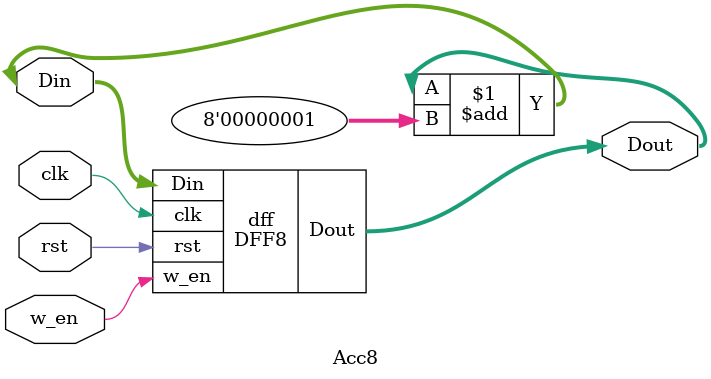
<source format=v>

module DFF8(output [7:0] Dout, input [7:0] Din, input clk, rst, w_en);
	reg [7:0] Dout;

	always@(posedge clk or negedge rst) begin
		if(!rst)
			Dout <= 8'd0;
		else
			Dout <= (w_en)? Din : Dout;
	end
endmodule

module Acc8(output [7:0] Dout, input [7:0] Din, input clk, rst, w_en);
	assign Din = Dout + 8'd1;

	DFF8 dff(.Dout(Dout), .Din(Din), .clk(clk), .rst(rst), .w_en(w_en));
endmodule
</source>
